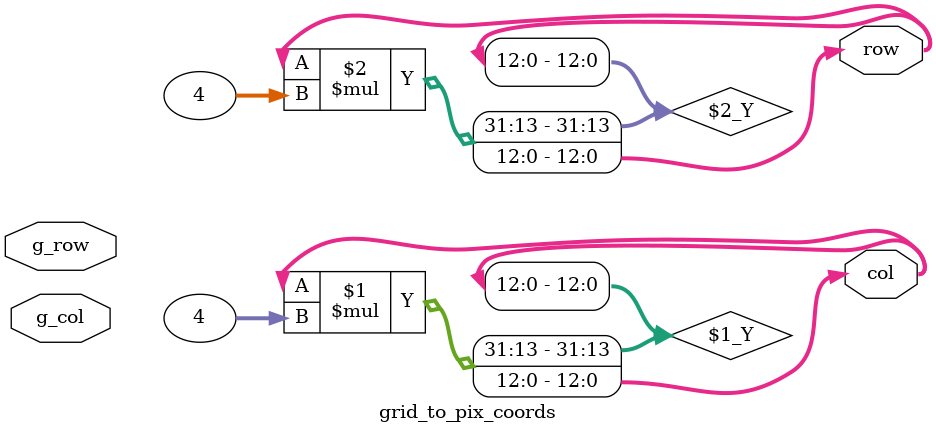
<source format=v>
`timescale 1ns / 1ps


module grid_to_pix_coords(input [12:0] g_row, g_col, output [12:0] row, col);
    assign col = col*4;
    assign row = row*4;
endmodule


</source>
